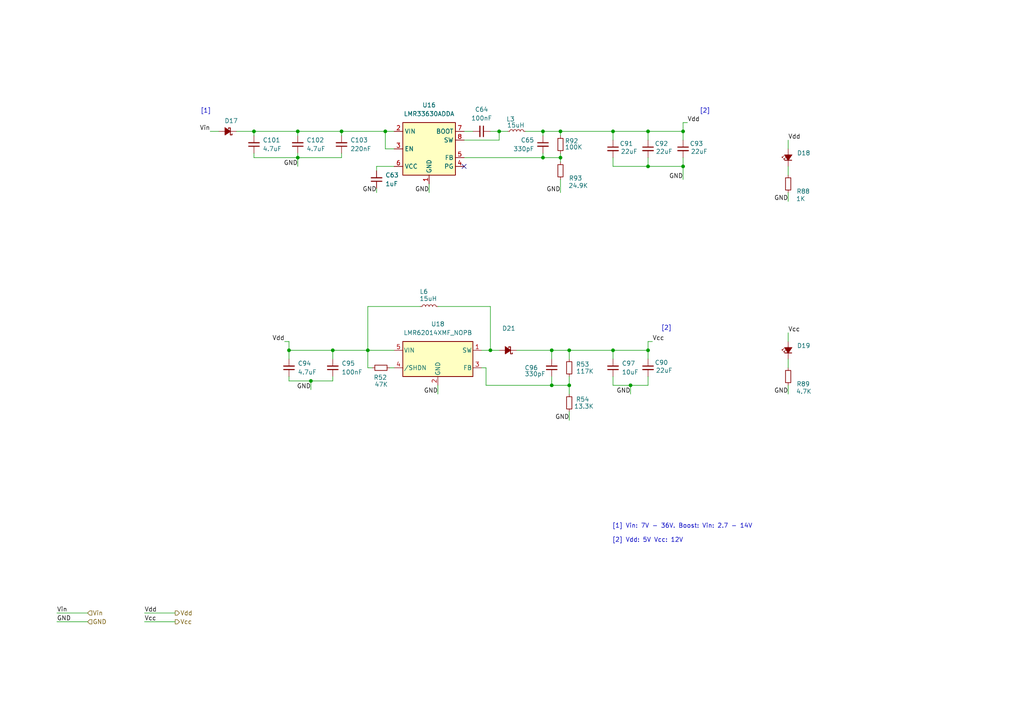
<source format=kicad_sch>
(kicad_sch (version 20231120) (generator "eeschema") (generator_version "8.0")
  (paper "A4")
  (lib_symbols
    (symbol "CL_Regulator_Switching:LMR62014XMF" (pin_names (offset 0.254))
      (property "Reference" "U" (at 0 1.27 0))
      (property "Value" "LMR62014XMF_NOPB" (at 5.08 1.27 0))
      (symbol "LMR62014XMF_0_1"
        (rectangle (start 0 0) (end 20.32 -10.16) (stroke (width 0.254)) (fill (type background)))
      )
      (symbol "LMR62014XMF_1_1"
        (pin output line (at 22.86 -2.54 180) (length 2.54) (name "SW") (number "1"))
        (pin power_in line (at 10.16 -12.7 90) (length 2.54) (name "GND") (number "2"))
        (pin input line (at 22.86 -7.62 180) (length 2.54) (name "FB") (number "3"))
        (pin input line (at -2.54 -7.62 0) (length 2.54) (name "/SHDN") (number "4"))
        (pin input line (at -2.54 -2.54 0) (length 2.54) (name "VIN") (number "5"))
      )
    )
    (symbol "Device:C_Small" (pin_numbers hide) (pin_names (offset 0.254) hide)
      (property "Reference" "C" (at 0.254 1.778 0))
      (property "Value" "C_Small" (at 0.254 -2.032 0))
      (symbol "C_Small_0_1"
        (polyline (pts (xy -1.524 -0.508) (xy 1.524 -0.508)) (stroke (width 0.3302)))
        (polyline (pts (xy -1.524 0.508) (xy 1.524 0.508)) (stroke (width 0.3048)))
      )
      (symbol "C_Small_1_1"
        (pin passive line (at 0 2.54 270) (length 2.032) (name "~") (number "1"))
        (pin passive line (at 0 -2.54 90) (length 2.032) (name "~") (number "2"))
      )
    )
    (symbol "Device:D_Schottky_Small_Filled" (pin_numbers hide) (pin_names (offset 0.254) hide)
      (property "Reference" "D" (at -1.27 2.032 0))
      (property "Value" "D_Schottky_Small_Filled" (at -7.112 -2.032 0))
      (symbol "D_Schottky_Small_Filled_0_1"
        (polyline (pts (xy -0.762 0) (xy 0.762 0)))
        (polyline (pts (xy 0.762 -1.016) (xy -0.762 0) (xy 0.762 1.016) (xy 0.762 -1.016)) (stroke (width 0.254)) (fill (type outline)))
        (polyline (pts (xy -1.27 0.762) (xy -1.27 1.016) (xy -0.762 1.016) (xy -0.762 -1.016) (xy -0.254 -1.016) (xy -0.254 -0.762)) (stroke (width 0.254)))
      )
      (symbol "D_Schottky_Small_Filled_1_1"
        (pin passive line (at -2.54 0 0) (length 1.778) (name "K") (number "1"))
        (pin passive line (at 2.54 0 180) (length 1.778) (name "A") (number "2"))
      )
    )
    (symbol "Device:LED_Small_Filled" (pin_numbers hide) (pin_names (offset 0.254) hide)
      (property "Reference" "D" (at -1.27 3.175 0))
      (property "Value" "LED_Small_Filled" (at -4.445 -2.54 0))
      (symbol "LED_Small_Filled_0_1"
        (polyline (pts (xy -0.762 -1.016) (xy -0.762 1.016)) (stroke (width 0.254)))
        (polyline (pts (xy 1.016 0) (xy -0.762 0)))
        (polyline (pts (xy 0.762 -1.016) (xy -0.762 0) (xy 0.762 1.016) (xy 0.762 -1.016)) (stroke (width 0.254)) (fill (type outline)))
        (polyline (pts (xy 0 0.762) (xy -0.508 1.27) (xy -0.254 1.27) (xy -0.508 1.27) (xy -0.508 1.016)))
        (polyline (pts (xy 0.508 1.27) (xy 0 1.778) (xy 0.254 1.778) (xy 0 1.778) (xy 0 1.524)))
      )
      (symbol "LED_Small_Filled_1_1"
        (pin passive line (at -2.54 0 0) (length 1.778) (name "K") (number "1"))
        (pin passive line (at 2.54 0 180) (length 1.778) (name "A") (number "2"))
      )
    )
    (symbol "Device:L_Small" (pin_numbers hide) (pin_names (offset 0.254) hide)
      (property "Reference" "L" (at 0.762 1.016 0))
      (property "Value" "L_Small" (at 0.762 -1.016 0))
      (symbol "L_Small_0_1"
        (arc (start 0 -2.032) (mid 0.5058 -1.524) (end 0 -1.016))
        (arc (start 0 -1.016) (mid 0.5058 -0.508) (end 0 0))
        (arc (start 0 0) (mid 0.5058 0.508) (end 0 1.016))
        (arc (start 0 1.016) (mid 0.5058 1.524) (end 0 2.032))
      )
      (symbol "L_Small_1_1"
        (pin passive line (at 0 2.54 270) (length 0.508) (name "~") (number "1"))
        (pin passive line (at 0 -2.54 90) (length 0.508) (name "~") (number "2"))
      )
    )
    (symbol "Device:R_Small" (pin_numbers hide) (pin_names (offset 0.254) hide)
      (property "Reference" "R" (at 0.762 0.508 0))
      (property "Value" "R_Small" (at 0.762 -1.016 0))
      (symbol "R_Small_0_1"
        (rectangle (start -0.762 1.778) (end 0.762 -1.778) (stroke (width 0.2032)))
      )
      (symbol "R_Small_1_1"
        (pin passive line (at 0 2.54 270) (length 0.762) (name "~") (number "1"))
        (pin passive line (at 0 -2.54 90) (length 0.762) (name "~") (number "2"))
      )
    )
    (symbol "Regulator_Switching:LMR33630ADDA"
      (property "Reference" "U" (at 0 11.43 0))
      (property "Value" "LMR33630ADDA" (at 0 8.89 0))
      (symbol "LMR33630ADDA_0_1"
        (rectangle (start -7.62 7.62) (end 7.62 -7.62) (stroke (width 0.254)) (fill (type background)))
      )
      (symbol "LMR33630ADDA_1_1"
        (pin power_in line (at 0 -10.16 90) (length 2.54) (name "GND") (number "1"))
        (pin power_in line (at -10.16 5.08 0) (length 2.54) (name "VIN") (number "2"))
        (pin input line (at -10.16 0 0) (length 2.54) (name "EN") (number "3"))
        (pin open_collector line (at 10.16 -5.08 180) (length 2.54) (name "PG") (number "4"))
        (pin input line (at 10.16 -2.54 180) (length 2.54) (name "FB") (number "5"))
        (pin power_out line (at -10.16 -5.08 0) (length 2.54) (name "VCC") (number "6"))
        (pin input line (at 10.16 5.08 180) (length 2.54) (name "BOOT") (number "7"))
        (pin output line (at 10.16 2.54 180) (length 2.54) (name "SW") (number "8"))
        (pin passive line (at 0 -10.16 90) (length 2.54) hide (name "GND") (number "9"))
      )
    )
  )
  (junction (at 198.12 38.1))
  (junction (at 162.56 38.1))
  (junction (at 83.82 101.6))
  (junction (at 142.24 101.6))
  (junction (at 90.17 110.49))
  (junction (at 99.06 38.1))
  (junction (at 86.36 38.1))
  (junction (at 187.96 101.6))
  (junction (at 198.12 48.26))
  (junction (at 96.52 101.6))
  (junction (at 182.88 111.76))
  (junction (at 73.66 38.1))
  (junction (at 106.68 101.6))
  (junction (at 177.8 101.6))
  (junction (at 162.56 45.72))
  (junction (at 157.48 45.72))
  (junction (at 165.1 101.6))
  (junction (at 160.02 111.76))
  (junction (at 187.96 48.26))
  (junction (at 187.96 38.1))
  (junction (at 144.78 38.1))
  (junction (at 177.8 38.1))
  (junction (at 111.76 38.1))
  (junction (at 160.02 101.6))
  (junction (at 165.1 111.76))
  (junction (at 157.48 38.1))
  (junction (at 86.36 45.72))
  (no_connect (at 134.62 48.26))
  (wire (pts (xy 177.8 101.6) (xy 165.1 101.6)))
  (wire (pts (xy 73.66 38.1) (xy 86.36 38.1)))
  (wire (pts (xy 140.97 111.76) (xy 160.02 111.76)))
  (wire (pts (xy 152.4 38.1) (xy 157.48 38.1)))
  (wire (pts (xy 187.96 38.1) (xy 198.12 38.1)))
  (wire (pts (xy 134.62 45.72) (xy 157.48 45.72)))
  (wire (pts (xy 187.96 104.14) (xy 187.96 101.6)))
  (wire (pts (xy 162.56 45.72) (xy 162.56 44.45)))
  (wire (pts (xy 109.22 48.26) (xy 109.22 49.53)))
  (wire (pts (xy 127 88.9) (xy 142.24 88.9)))
  (wire (pts (xy 96.52 101.6) (xy 106.68 101.6)))
  (wire (pts (xy 139.7 101.6) (xy 142.24 101.6)))
  (wire (pts (xy 83.82 110.49) (xy 90.17 110.49)))
  (wire (pts (xy 86.36 45.72) (xy 99.06 45.72)))
  (wire (pts (xy 114.3 48.26) (xy 109.22 48.26)))
  (wire (pts (xy 134.62 38.1) (xy 137.16 38.1)))
  (wire (pts (xy 134.62 40.64) (xy 144.78 40.64)))
  (wire (pts (xy 177.8 101.6) (xy 187.96 101.6)))
  (wire (pts (xy 149.86 101.6) (xy 160.02 101.6)))
  (wire (pts (xy 144.78 38.1) (xy 147.32 38.1)))
  (wire (pts (xy 60.96 38.1) (xy 63.5 38.1)))
  (wire (pts (xy 165.1 101.6) (xy 165.1 104.14)))
  (wire (pts (xy 99.06 45.72) (xy 99.06 44.45)))
  (wire (pts (xy 16.51 180.34) (xy 25.4 180.34)))
  (wire (pts (xy 177.8 40.64) (xy 177.8 38.1)))
  (wire (pts (xy 144.78 38.1) (xy 142.24 38.1)))
  (wire (pts (xy 165.1 111.76) (xy 165.1 114.3)))
  (wire (pts (xy 140.97 106.68) (xy 140.97 111.76)))
  (wire (pts (xy 187.96 48.26) (xy 198.12 48.26)))
  (wire (pts (xy 160.02 109.22) (xy 160.02 111.76)))
  (wire (pts (xy 124.46 53.34) (xy 124.46 55.88)))
  (wire (pts (xy 142.24 101.6) (xy 142.24 88.9)))
  (wire (pts (xy 189.23 99.06) (xy 187.96 99.06)))
  (wire (pts (xy 177.8 48.26) (xy 187.96 48.26)))
  (wire (pts (xy 142.24 101.6) (xy 144.78 101.6)))
  (wire (pts (xy 83.82 99.06) (xy 83.82 101.6)))
  (wire (pts (xy 16.51 177.8) (xy 25.4 177.8)))
  (wire (pts (xy 187.96 45.72) (xy 187.96 48.26)))
  (wire (pts (xy 73.66 39.37) (xy 73.66 38.1)))
  (wire (pts (xy 73.66 45.72) (xy 86.36 45.72)))
  (wire (pts (xy 182.88 111.76) (xy 182.88 114.3)))
  (wire (pts (xy 144.78 40.64) (xy 144.78 38.1)))
  (wire (pts (xy 86.36 45.72) (xy 86.36 44.45)))
  (wire (pts (xy 198.12 35.56) (xy 198.12 38.1)))
  (wire (pts (xy 113.03 106.68) (xy 114.3 106.68)))
  (wire (pts (xy 41.91 177.8) (xy 50.8 177.8)))
  (wire (pts (xy 157.48 45.72) (xy 162.56 45.72)))
  (wire (pts (xy 199.39 35.56) (xy 198.12 35.56)))
  (wire (pts (xy 107.95 106.68) (xy 106.68 106.68)))
  (wire (pts (xy 41.91 180.34) (xy 50.8 180.34)))
  (wire (pts (xy 157.48 38.1) (xy 162.56 38.1)))
  (wire (pts (xy 177.8 38.1) (xy 187.96 38.1)))
  (wire (pts (xy 177.8 45.72) (xy 177.8 48.26)))
  (wire (pts (xy 228.6 48.26) (xy 228.6 50.8)))
  (wire (pts (xy 83.82 104.14) (xy 83.82 101.6)))
  (wire (pts (xy 160.02 101.6) (xy 165.1 101.6)))
  (wire (pts (xy 73.66 45.72) (xy 73.66 44.45)))
  (wire (pts (xy 68.58 38.1) (xy 73.66 38.1)))
  (wire (pts (xy 187.96 109.22) (xy 187.96 111.76)))
  (wire (pts (xy 83.82 109.22) (xy 83.82 110.49)))
  (wire (pts (xy 90.17 110.49) (xy 96.52 110.49)))
  (wire (pts (xy 228.6 55.88) (xy 228.6 58.42)))
  (wire (pts (xy 157.48 38.1) (xy 157.48 39.37)))
  (wire (pts (xy 99.06 39.37) (xy 99.06 38.1)))
  (wire (pts (xy 111.76 38.1) (xy 114.3 38.1)))
  (wire (pts (xy 228.6 40.64) (xy 228.6 43.18)))
  (wire (pts (xy 99.06 38.1) (xy 111.76 38.1)))
  (wire (pts (xy 96.52 101.6) (xy 96.52 104.14)))
  (wire (pts (xy 162.56 38.1) (xy 177.8 38.1)))
  (wire (pts (xy 160.02 101.6) (xy 160.02 104.14)))
  (wire (pts (xy 82.55 99.06) (xy 83.82 99.06)))
  (wire (pts (xy 96.52 110.49) (xy 96.52 109.22)))
  (wire (pts (xy 162.56 52.07) (xy 162.56 55.88)))
  (wire (pts (xy 177.8 104.14) (xy 177.8 101.6)))
  (wire (pts (xy 228.6 111.76) (xy 228.6 114.3)))
  (wire (pts (xy 177.8 109.22) (xy 177.8 111.76)))
  (wire (pts (xy 187.96 99.06) (xy 187.96 101.6)))
  (wire (pts (xy 198.12 40.64) (xy 198.12 38.1)))
  (wire (pts (xy 160.02 111.76) (xy 165.1 111.76)))
  (wire (pts (xy 114.3 43.18) (xy 111.76 43.18)))
  (wire (pts (xy 162.56 39.37) (xy 162.56 38.1)))
  (wire (pts (xy 86.36 38.1) (xy 99.06 38.1)))
  (wire (pts (xy 165.1 109.22) (xy 165.1 111.76)))
  (wire (pts (xy 139.7 106.68) (xy 140.97 106.68)))
  (wire (pts (xy 162.56 45.72) (xy 162.56 46.99)))
  (wire (pts (xy 182.88 111.76) (xy 177.8 111.76)))
  (wire (pts (xy 187.96 40.64) (xy 187.96 38.1)))
  (wire (pts (xy 106.68 106.68) (xy 106.68 101.6)))
  (wire (pts (xy 228.6 104.14) (xy 228.6 106.68)))
  (wire (pts (xy 90.17 113.03) (xy 90.17 110.49)))
  (wire (pts (xy 228.6 96.52) (xy 228.6 99.06)))
  (wire (pts (xy 187.96 111.76) (xy 182.88 111.76)))
  (wire (pts (xy 111.76 43.18) (xy 111.76 38.1)))
  (wire (pts (xy 106.68 101.6) (xy 114.3 101.6)))
  (wire (pts (xy 198.12 45.72) (xy 198.12 48.26)))
  (wire (pts (xy 109.22 54.61) (xy 109.22 55.88)))
  (wire (pts (xy 157.48 44.45) (xy 157.48 45.72)))
  (wire (pts (xy 106.68 88.9) (xy 106.68 101.6)))
  (wire (pts (xy 127 111.76) (xy 127 114.3)))
  (wire (pts (xy 83.82 101.6) (xy 96.52 101.6)))
  (wire (pts (xy 198.12 48.26) (xy 198.12 52.07)))
  (wire (pts (xy 86.36 39.37) (xy 86.36 38.1)))
  (wire (pts (xy 86.36 45.72) (xy 86.36 48.26)))
  (wire (pts (xy 165.1 119.38) (xy 165.1 121.92)))
  (wire (pts (xy 106.68 88.9) (xy 121.92 88.9)))
  (text "[2]" (at 193.294 95.25 0) (effects (font (size 1.27 1.27))))
  (text "[1]" (at 59.69 32.258 0) (effects (font (size 1.27 1.27))))
  (text "[2]" (at 204.47 32.258 0) (effects (font (size 1.27 1.27))))
  (text "[1] Vin: 7V - 36V. Boost: Vin: 2.7 - 14V\n\n[2] Vdd: 5V Vcc: 12V" (at 177.546 154.686 0) (effects (font (size 1.27 1.27)) (justify left)))
  (label "Vdd" (at 82.55 99.06 180))
  (label "GND" (at 90.17 113.03 180))
  (label "GND" (at 86.36 48.26 180))
  (label "Vdd" (at 199.39 35.56 0))
  (label "GND" (at 182.88 114.3 180))
  (label "GND" (at 162.56 55.88 180))
  (label "Vin" (at 16.51 177.8 0))
  (label "GND" (at 228.6 114.3 180))
  (label "GND" (at 228.6 58.42 180))
  (label "GND" (at 109.22 55.88 180))
  (label "GND" (at 165.1 121.92 180))
  (label "Vin" (at 60.96 38.1 180))
  (label "Vcc" (at 41.91 180.34 0))
  (label "GND" (at 16.51 180.34 0))
  (label "GND" (at 198.12 52.07 180))
  (label "Vcc" (at 189.23 99.06 0))
  (label "GND" (at 124.46 55.88 180))
  (label "Vdd" (at 228.6 40.64 0))
  (label "Vcc" (at 228.6 96.52 0))
  (label "GND" (at 127 114.3 180))
  (label "Vdd" (at 41.91 177.8 0))
  (hierarchical_label "GND" (shape input) (at 25.4 180.34 0))
  (hierarchical_label "Vdd" (shape output) (at 50.8 177.8 0))
  (hierarchical_label "Vin" (shape input) (at 25.4 177.8 0))
  (hierarchical_label "Vcc" (shape output) (at 50.8 180.34 0))
  (symbol (lib_id "Device:C_Small") (at 198.12 43.18 0) (mirror y) (unit 1)
    (property "Reference" "C93" (at 203.962 41.656 0) (effects (justify left)))
    (property "Value" "22uF" (at 205.232 43.942 0) (effects (justify left)))
    (property "Footprint" "Capacitor_SMD:C_1210_3225Metric_Pad1.33x2.70mm_HandSolder" (effects (hide yes)))
    (property "Description" "25V" (effects (hide yes)))
  )
  (symbol (lib_id "Device:C_Small") (at 187.96 106.68 0) (mirror y) (unit 1)
    (property "Reference" "C90" (at 193.802 105.156 0) (effects (justify left)))
    (property "Value" "22uF" (at 195.072 107.442 0) (effects (justify left)))
    (property "Footprint" "Capacitor_SMD:C_1210_3225Metric_Pad1.33x2.70mm_HandSolder" (effects (hide yes)))
    (property "Description" "25V" (effects (hide yes)))
  )
  (symbol (lib_id "Device:R_Small") (at 228.6 53.34 180) (unit 1)
    (property "Reference" "R88" (at 231.013 55.499 0) (effects (justify right)))
    (property "Value" "1K" (at 230.886 57.658 0) (effects (justify right)))
    (property "Footprint" "Resistor_SMD:R_0805_2012Metric_Pad1.20x1.40mm_HandSolder" (effects (hide yes)))
    (property "Description" "Resistor, small symbol" (effects (hide yes)))
  )
  (symbol (lib_id "Device:R_Small") (at 162.56 41.91 180) (unit 1)
    (property "Reference" "R92" (at 163.83 40.894 0) (effects (justify right)))
    (property "Value" "100K" (at 163.83 42.672 0) (effects (justify right)))
    (property "Footprint" "Resistor_SMD:R_0805_2012Metric_Pad1.20x1.40mm_HandSolder" (effects (hide yes)))
    (property "Description" "Resistor, small symbol" (effects (hide yes)))
  )
  (symbol (lib_id "Device:L_Small") (at 124.46 88.9 90) (unit 1)
    (property "Reference" "L6" (at 122.936 84.582 90))
    (property "Value" "15uH" (at 124.206 86.614 90))
    (property "Footprint" "CL_Inductor_SMD:SRR1260-150M" (effects (hide yes)))
    (property "Description" "Inductor, small symbol" (effects (hide yes)))
  )
  (symbol (lib_id "Device:C_Small") (at 109.22 52.07 180) (unit 1)
    (property "Reference" "C63" (at 111.76 50.7935 0) (effects (justify right)))
    (property "Value" "1uF" (at 111.76 53.3335 0) (effects (justify right)))
    (property "Footprint" "Capacitor_SMD:C_0805_2012Metric_Pad1.18x1.45mm_HandSolder" (effects (hide yes)))
    (property "Description" "25V" (effects (hide yes)))
  )
  (symbol (lib_id "Device:L_Small") (at 149.86 38.1 90) (unit 1)
    (property "Reference" "L3" (at 148.082 34.544 90))
    (property "Value" "15uH" (at 149.606 36.322 90))
    (property "Footprint" "CL_Inductor_SMD:SRR1260-150M" (effects (hide yes)))
    (property "Description" "Inductor, small symbol" (effects (hide yes)))
  )
  (symbol (lib_id "Device:LED_Small_Filled") (at 228.6 45.72 90) (unit 1)
    (property "Reference" "D18" (at 231.14 44.3864 90) (effects (justify right)))
    (property "Value" "LED_Small_Filled" (effects (hide yes)))
    (property "Footprint" "LED_SMD:LED_0805_2012Metric_Pad1.15x1.40mm_HandSolder" (effects (hide yes)))
    (property "Description" "Light emitting diode, small symbol, filled shape" (effects (hide yes)))
  )
  (symbol (lib_id "Device:R_Small") (at 162.56 49.53 180) (unit 1)
    (property "Reference" "R93" (at 164.973 51.689 0) (effects (justify right)))
    (property "Value" "24.9K" (at 164.846 53.848 0) (effects (justify right)))
    (property "Footprint" "Resistor_SMD:R_0805_2012Metric_Pad1.20x1.40mm_HandSolder" (effects (hide yes)))
    (property "Description" "Resistor, small symbol" (effects (hide yes)))
  )
  (symbol (lib_id "Device:C_Small") (at 86.36 41.91 180) (unit 1)
    (property "Reference" "C102" (at 88.9 40.6335 0) (effects (justify right)))
    (property "Value" "4.7uF" (at 88.9 43.1735 0) (effects (justify right)))
    (property "Footprint" "Capacitor_SMD:C_0805_2012Metric_Pad1.18x1.45mm_HandSolder" (effects (hide yes)))
    (property "Description" "Unpolarized capacitor, small symbol" (effects (hide yes)))
  )
  (symbol (lib_id "Device:D_Schottky_Small_Filled") (at 66.04 38.1 180) (unit 1)
    (property "Reference" "D17" (at 67.056 35.052 0))
    (property "Value" "D_Schottky_Small_Filled" (effects (hide yes)))
    (property "Footprint" "Diode_SMD:D_SMB_Handsoldering" (effects (hide yes)))
    (property "Description" "Schottky diode, small symbol, filled shape" (effects (hide yes)))
  )
  (symbol (lib_id "Device:C_Small") (at 187.96 43.18 0) (mirror y) (unit 1)
    (property "Reference" "C92" (at 193.802 41.656 0) (effects (justify left)))
    (property "Value" "22uF" (at 195.072 43.942 0) (effects (justify left)))
    (property "Footprint" "Capacitor_SMD:C_1210_3225Metric_Pad1.33x2.70mm_HandSolder" (effects (hide yes)))
    (property "Description" "25V" (effects (hide yes)))
  )
  (symbol (lib_id "Device:C_Small") (at 177.8 43.18 0) (mirror y) (unit 1)
    (property "Reference" "C91" (at 183.642 41.656 0) (effects (justify left)))
    (property "Value" "22uF" (at 184.912 43.942 0) (effects (justify left)))
    (property "Footprint" "Capacitor_SMD:C_1210_3225Metric_Pad1.33x2.70mm_HandSolder" (effects (hide yes)))
    (property "Description" "25V" (effects (hide yes)))
  )
  (symbol (lib_id "Device:R_Small") (at 228.6 109.22 180) (unit 1)
    (property "Reference" "R89" (at 231.013 111.379 0) (effects (justify right)))
    (property "Value" "4.7K" (at 230.886 113.538 0) (effects (justify right)))
    (property "Footprint" "Resistor_SMD:R_0805_2012Metric_Pad1.20x1.40mm_HandSolder" (effects (hide yes)))
    (property "Description" "Resistor, small symbol" (effects (hide yes)))
  )
  (symbol (lib_id "Device:R_Small") (at 165.1 106.68 0) (unit 1)
    (property "Reference" "R53" (at 170.942 105.664 0) (effects (justify right)))
    (property "Value" "117K" (at 172.212 107.696 0) (effects (justify right)))
    (property "Footprint" "Resistor_SMD:R_0805_2012Metric_Pad1.20x1.40mm_HandSolder" (effects (hide yes)))
    (property "Description" "Resistor, small symbol" (effects (hide yes)))
  )
  (symbol (lib_id "Device:R_Small") (at 110.49 106.68 270) (unit 1)
    (property "Reference" "R52" (at 112.268 109.474 90) (effects (justify right)))
    (property "Value" "47K" (at 112.522 111.506 90) (effects (justify right)))
    (property "Footprint" "Resistor_SMD:R_0805_2012Metric_Pad1.20x1.40mm_HandSolder" (effects (hide yes)))
    (property "Description" "Resistor, small symbol" (effects (hide yes)))
  )
  (symbol (lib_id "Regulator_Switching:LMR33630ADDA") (at 124.46 43.18 0) (unit 1)
    (property "Reference" "U16" (at 124.46 30.48 0))
    (property "Value" "LMR33630ADDA" (at 124.46 33.02 0))
    (property "Footprint" "Package_SO:Texas_HSOP-8-1EP_3.9x4.9mm_P1.27mm_ThermalVias" (effects (hide yes)))
    (property "Datasheet" "http://www.ti.com/lit/ds/symlink/lmr33630.pdf" (effects (hide yes)))
    (property "Description" "Simple Switcher Synchronous Buck Regulator, Vin=3.8-36V, Iout=3A, F=400kHz, Adjustable output voltage, HSOP-8" (effects (hide yes)))
  )
  (symbol (lib_id "Device:C_Small") (at 83.82 106.68 180) (unit 1)
    (property "Reference" "C94" (at 86.36 105.4035 0) (effects (justify right)))
    (property "Value" "4.7uF" (at 86.36 107.9435 0) (effects (justify right)))
    (property "Footprint" "Capacitor_SMD:C_0805_2012Metric_Pad1.18x1.45mm_HandSolder" (effects (hide yes)))
    (property "Description" "Unpolarized capacitor, small symbol" (effects (hide yes)))
  )
  (symbol (lib_id "Device:C_Small") (at 99.06 41.91 180) (unit 1)
    (property "Reference" "C103" (at 101.6 40.6335 0) (effects (justify right)))
    (property "Value" "220nF" (at 101.6 43.1735 0) (effects (justify right)))
    (property "Footprint" "Capacitor_SMD:C_0805_2012Metric_Pad1.18x1.45mm_HandSolder" (effects (hide yes)))
    (property "Description" "Unpolarized capacitor, small symbol" (effects (hide yes)))
  )
  (symbol (lib_id "Device:LED_Small_Filled") (at 228.6 101.6 90) (unit 1)
    (property "Reference" "D19" (at 231.14 100.2664 90) (effects (justify right)))
    (property "Value" "LED_Small_Filled" (effects (hide yes)))
    (property "Footprint" "LED_SMD:LED_0805_2012Metric_Pad1.15x1.40mm_HandSolder" (effects (hide yes)))
    (property "Description" "Light emitting diode, small symbol, filled shape" (effects (hide yes)))
  )
  (symbol (lib_id "Device:C_Small") (at 157.48 41.91 0) (mirror y) (unit 1)
    (property "Reference" "C65" (at 154.94 40.6462 0) (effects (justify left)))
    (property "Value" "330pF" (at 154.94 43.1862 0) (effects (justify left)))
    (property "Footprint" "Capacitor_SMD:C_0805_2012Metric_Pad1.18x1.45mm_HandSolder" (effects (hide yes)))
    (property "Description" "Unpolarized capacitor, small symbol" (effects (hide yes)))
  )
  (symbol (lib_id "Device:C_Small") (at 177.8 106.68 180) (unit 1)
    (property "Reference" "C97" (at 180.34 105.4035 0) (effects (justify right)))
    (property "Value" "10uF" (at 180.34 107.9435 0) (effects (justify right)))
    (property "Footprint" "Capacitor_SMD:C_0805_2012Metric_Pad1.18x1.45mm_HandSolder" (effects (hide yes)))
    (property "Description" "25V" (effects (hide yes)))
  )
  (symbol (lib_id "Device:D_Schottky_Small_Filled") (at 147.32 101.6 180) (unit 1)
    (property "Reference" "D21" (at 147.574 95.25 0))
    (property "Value" "D_Schottky_Small_Filled" (effects (hide yes)))
    (property "Footprint" "Diode_SMD:D_SMB_Handsoldering" (effects (hide yes)))
    (property "Description" "Schottky diode, small symbol, filled shape" (effects (hide yes)))
  )
  (symbol (lib_id "Device:C_Small") (at 73.66 41.91 180) (unit 1)
    (property "Reference" "C101" (at 76.2 40.6335 0) (effects (justify right)))
    (property "Value" "4.7uF" (at 76.2 43.1735 0) (effects (justify right)))
    (property "Footprint" "Capacitor_SMD:C_0805_2012Metric_Pad1.18x1.45mm_HandSolder" (effects (hide yes)))
    (property "Description" "Unpolarized capacitor, small symbol" (effects (hide yes)))
  )
  (symbol (lib_id "Device:C_Small") (at 139.7 38.1 270) (unit 1)
    (property "Reference" "C64" (at 139.6936 31.75 90))
    (property "Value" "100nF" (at 139.6936 34.29 90))
    (property "Footprint" "Capacitor_SMD:C_0805_2012Metric_Pad1.18x1.45mm_HandSolder" (effects (hide yes)))
    (property "Description" "25V" (effects (hide yes)))
  )
  (symbol (lib_id "CL_Regulator_Switching:LMR62014XMF") (at 116.84 99.06 0) (unit 1)
    (property "Reference" "U18" (at 127 93.98 0))
    (property "Value" "LMR62014XMF_NOPB" (at 127 96.52 0))
    (property "Footprint" "Package_TO_SOT_SMD:SOT-23-5_HandSoldering" (effects (hide yes)))
    (property "Datasheet" "http://www.ti.com/lit/ds/symlink/lmr62014.pdf" (effects (hide yes)))
    (property "Description" "1.4A, 20Vout Step-Up Voltage Regulator, 1.6MHz Frequency, SOT-23-5" (effects (hide yes)))
  )
  (symbol (lib_id "Device:C_Small") (at 160.02 106.68 180) (unit 1)
    (property "Reference" "C96" (at 152.146 106.68 0) (effects (justify right)))
    (property "Value" "330pF" (at 152.146 108.458 0) (effects (justify right)))
    (property "Footprint" "Capacitor_SMD:C_0805_2012Metric_Pad1.18x1.45mm_HandSolder" (effects (hide yes)))
    (property "Description" "25" (effects (hide yes)))
  )
  (symbol (lib_id "Device:R_Small") (at 165.1 116.84 0) (unit 1)
    (property "Reference" "R54" (at 170.942 115.824 0) (effects (justify right)))
    (property "Value" "13.3K" (at 172.212 117.856 0) (effects (justify right)))
    (property "Footprint" "Resistor_SMD:R_0805_2012Metric_Pad1.20x1.40mm_HandSolder" (effects (hide yes)))
    (property "Description" "Resistor, small symbol" (effects (hide yes)))
  )
  (symbol (lib_id "Device:C_Small") (at 96.52 106.68 180) (unit 1)
    (property "Reference" "C95" (at 99.06 105.4035 0) (effects (justify right)))
    (property "Value" "100nF" (at 99.06 107.9435 0) (effects (justify right)))
    (property "Footprint" "Capacitor_SMD:C_0805_2012Metric_Pad1.18x1.45mm_HandSolder" (effects (hide yes)))
    (property "Description" "Unpolarized capacitor, small symbol" (effects (hide yes)))
  )
)
</source>
